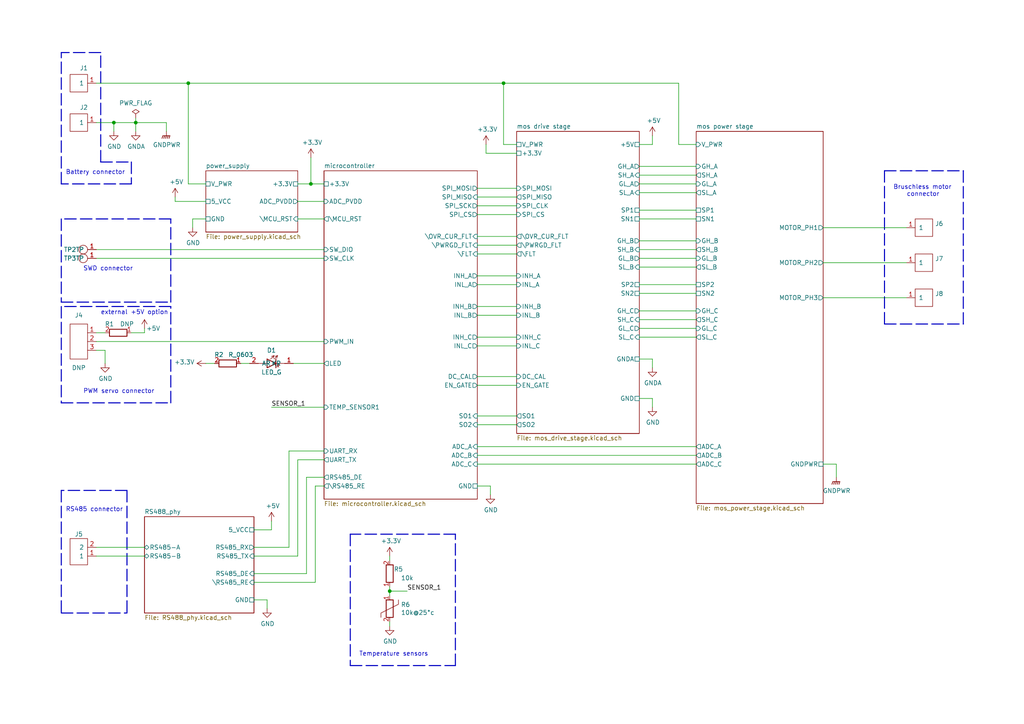
<source format=kicad_sch>
(kicad_sch (version 20211123) (generator eeschema)
  (paper "A4")
  (title_block (title "ESC Brushless") (date "2021-02-09") (rev "1.0"))
  (lib_symbols
    (symbol "esc_brushless-rescue:Conn_HE13_1x3_2.54-p_Misc-esc_brushless-rescue-esc_brushless-rescue" (pin_names (offset 1.016) hide)
      (property "Reference" "J" (at 2.54 5.08 0))
      (property "Value" "Conn_HE13_1x3_2.54-p_Misc-esc_brushless-rescue-esc_brushless-rescue" (at 2.54 -8.89 0))
      (symbol "Conn_HE13_1x3_2.54-p_Misc-esc_brushless-rescue-esc_brushless-rescue_0_1"
        (rectangle (start 0 3.81) (end 5.08 -6.35))
      )
      (symbol "Conn_HE13_1x3_2.54-p_Misc-esc_brushless-rescue-esc_brushless-rescue_1_1"
        (pin passive line (at -2.54 1.27 0) (length 2.54) (name "1") (number "1"))
        (pin passive line (at -2.54 -1.27 0) (length 2.54) (name "2") (number "2"))
        (pin passive line (at -2.54 -3.81 0) (length 2.54) (name "3") (number "3"))
      )
    )
    (symbol "p_Diode:LED_G" (pin_names (offset 1.016))
      (property "Reference" "D" (at 0 5.08 0))
      (property "Value" "LED_G" (at 0 -3.81 0))
      (symbol "LED_G_1_1"
        (polyline (pts (xy -3.81 0) (xy -1.27 0)))
        (polyline (pts (xy -0.254 1.27) (xy 0.762 2.286)))
        (polyline (pts (xy 0.762 1.27) (xy 1.778 2.286)))
        (polyline (pts (xy 1.27 0) (xy 3.81 0)))
        (polyline (pts (xy 1.27 1.27) (xy 1.27 -1.27)) (stroke (width 0.254)))
        (polyline (pts (xy 0 2.032) (xy 0.762 2.286) (xy 0.508 1.524)))
        (polyline (pts (xy 1.016 2.032) (xy 1.778 2.286) (xy 1.524 1.524)))
        (polyline (pts (xy -1.27 1.27) (xy -1.27 -1.27) (xy 1.27 0) (xy -1.27 1.27)) (stroke (width 0.254)))
        (text "R" (at 1.905 -0.7366 0) (effects (font (size 0.762 0.762))))
        (pin passive line (at 6.35 0 180) (length 2.54) (name "KR") (number "1"))
        (pin passive line (at -6.35 0 0) (length 2.54) (name "AR") (number "2"))
      )
    )
    (symbol "p_Misc:Conn_HE13_1x1_5.08V" (pin_names (offset 1.016))
      (property "Reference" "J" (at 2.54 3.81 0))
      (property "Value" "Conn_HE13_1x1_5.08V" (at 2.54 -6.35 0))
      (symbol "Conn_HE13_1x1_5.08V_1_1"
        (rectangle (start 0 2.54) (end 5.08 -2.54))
        (pin passive line (at -2.54 0 0) (length 2.54) (name "1") (number "1"))
      )
    )
    (symbol "p_Misc:Conn_HE13_1x2_2.54V" (pin_names (offset 1.016))
      (property "Reference" "J" (at 2.54 5.08 0))
      (property "Value" "Conn_HE13_1x2_2.54V" (at 2.54 -6.35 0))
      (symbol "Conn_HE13_1x2_2.54V_1_1"
        (rectangle (start 0 3.81) (end 5.08 -3.81))
        (pin passive line (at -2.54 1.27 0) (length 2.54) (name "1") (number "1"))
        (pin passive line (at -2.54 -1.27 0) (length 2.54) (name "2") (number "2"))
      )
    )
    (symbol "p_Misc:test_point_smd" (pin_names (offset 1.016))
      (property "Reference" "TP" (at -1.27 2.54 0))
      (property "Value" "test_point_smd" (at -1.27 -2.54 0))
      (symbol "test_point_smd_0_1"
        (circle (center -1.27 0) (radius 1.27))
      )
      (symbol "test_point_smd_1_1"
        (pin passive line (at 2.54 0 180) (length 2.54) (name "TP") (number "1"))
      )
    )
    (symbol "p_Passive:R_0603" (pin_names (offset 0) hide)
      (property "Reference" "R" (at 0 0 0))
      (property "Value" "R_0603" (at 0 0 0))
      (symbol "R_0603_1_1"
        (rectangle (start -1.016 -2.54) (end 1.016 2.54) (stroke (width 0.254)))
        (pin passive line (at 0 3.81 270) (length 1.27) (name "~") (number "1"))
        (pin passive line (at 0 -3.81 90) (length 1.27) (name "~") (number "2"))
      )
    )
    (symbol "p_Passive:R_CTN_0608" (pin_names (offset 1.016))
      (property "Reference" "R" (at 3.81 1.27 0))
      (property "Value" "R_CTN_0608" (at 6.35 -1.27 0))
      (symbol "R_CTN_0608_0_1"
        (polyline (pts (xy -2.54 -2.54) (xy -2.54 -1.27) (xy 2.54 1.27) (xy 2.54 2.54)))
      )
      (symbol "R_CTN_0608_1_1"
        (rectangle (start -1.016 -2.54) (end 1.016 2.54) (stroke (width 0.254)))
        (pin passive line (at 0 3.81 270) (length 1.27) (name "~") (number "1"))
        (pin passive line (at 0 -3.81 90) (length 1.27) (name "~") (number "2"))
      )
    )
    (symbol "power:+3.3V" (power) (pin_names (offset 0))
      (property "Value" "+3.3V" (at 0 3.556 0))
      (symbol "+3.3V_0_1"
        (polyline (pts (xy -0.762 1.27) (xy 0 2.54)))
        (polyline (pts (xy 0 0) (xy 0 2.54)))
        (polyline (pts (xy 0 2.54) (xy 0.762 1.27)))
      )
      (symbol "+3.3V_1_1"
        (pin power_in line (at 0 0 90) (length 0) hide (name "+3.3V") (number "1"))
      )
    )
    (symbol "power:+5V" (power) (pin_names (offset 0))
      (property "Value" "+5V" (at 0 3.556 0))
      (symbol "+5V_0_1"
        (polyline (pts (xy -0.762 1.27) (xy 0 2.54)))
        (polyline (pts (xy 0 0) (xy 0 2.54)))
        (polyline (pts (xy 0 2.54) (xy 0.762 1.27)))
      )
      (symbol "+5V_1_1"
        (pin power_in line (at 0 0 90) (length 0) hide (name "+5V") (number "1"))
      )
    )
    (symbol "power:GND" (power) (pin_names (offset 0))
      (property "Value" "GND" (at 0 -3.81 0))
      (symbol "GND_0_1"
        (polyline (pts (xy 0 0) (xy 0 -1.27) (xy 1.27 -1.27) (xy 0 -2.54) (xy -1.27 -1.27) (xy 0 -1.27)))
      )
      (symbol "GND_1_1"
        (pin power_in line (at 0 0 270) (length 0) hide (name "GND") (number "1"))
      )
    )
    (symbol "power:GNDA" (power) (pin_names (offset 0))
      (property "Value" "GNDA" (at 0 -3.81 0))
      (symbol "GNDA_0_1"
        (polyline (pts (xy 0 0) (xy 0 -1.27) (xy 1.27 -1.27) (xy 0 -2.54) (xy -1.27 -1.27) (xy 0 -1.27)))
      )
      (symbol "GNDA_1_1"
        (pin power_in line (at 0 0 270) (length 0) hide (name "GNDA") (number "1"))
      )
    )
    (symbol "power:GNDPWR" (power) (pin_names (offset 0))
      (property "Value" "GNDPWR" (at 0 -3.302 0))
      (symbol "GNDPWR_0_1"
        (polyline (pts (xy 0 -1.27) (xy 0 0)))
        (polyline (pts (xy -1.016 -1.27) (xy -1.27 -2.032) (xy -1.27 -2.032)) (stroke (width 0.2032)))
        (polyline (pts (xy -0.508 -1.27) (xy -0.762 -2.032) (xy -0.762 -2.032)) (stroke (width 0.2032)))
        (polyline (pts (xy 0 -1.27) (xy -0.254 -2.032) (xy -0.254 -2.032)) (stroke (width 0.2032)))
        (polyline (pts (xy 0.508 -1.27) (xy 0.254 -2.032) (xy 0.254 -2.032)) (stroke (width 0.2032)))
        (polyline (pts (xy 1.016 -1.27) (xy -1.016 -1.27) (xy -1.016 -1.27)) (stroke (width 0.2032)))
        (polyline (pts (xy 1.016 -1.27) (xy 0.762 -2.032) (xy 0.762 -2.032) (xy 0.762 -2.032)) (stroke (width 0.2032)))
      )
      (symbol "GNDPWR_1_1"
        (pin power_in line (at 0 0 270) (length 0) hide (name "GNDPWR") (number "1"))
      )
    )
    (symbol "power:PWR_FLAG" (power) (pin_numbers hide) (pin_names (offset 0) hide)
      (property "Value" "PWR_FLAG" (at 0 3.81 0))
      (symbol "PWR_FLAG_0_0"
        (pin power_out line (at 0 0 90) (length 0) (name "pwr") (number "1"))
      )
      (symbol "PWR_FLAG_0_1"
        (polyline (pts (xy 0 0) (xy 0 1.27) (xy -1.016 1.905) (xy 0 2.54) (xy 1.016 1.905) (xy 0 1.27)))
      )
    )
  )
  (junction (at 54.61 24.13))
  (junction (at 90.17 53.34))
  (junction (at 113.03 171.45))
  (junction (at 39.37 35.56))
  (junction (at 146.05 24.13))
  (junction (at 33.02 35.56))
  (polyline (pts (xy 17.78 87.63) (xy 49.53 87.63)) (stroke (width 0.3048)))
  (wire (pts (xy 201.93 97.79) (xy 185.42 97.79)))
  (wire (pts (xy 86.36 53.34) (xy 90.17 53.34)))
  (wire (pts (xy 39.37 35.56) (xy 39.37 38.1)))
  (wire (pts (xy 138.43 80.01) (xy 149.86 80.01)))
  (polyline (pts (xy 17.78 53.34) (xy 17.78 15.24)) (stroke (width 0.3048)))
  (wire (pts (xy 138.43 132.08) (xy 201.93 132.08)))
  (wire (pts (xy 86.36 161.29) (xy 86.36 133.35)))
  (wire (pts (xy 73.66 166.37) (xy 88.9 166.37)))
  (wire (pts (xy 90.17 53.34) (xy 93.98 53.34)))
  (wire (pts (xy 242.57 134.62) (xy 242.57 138.43)))
  (polyline (pts (xy 101.6 154.94) (xy 101.6 193.04)) (stroke (width 0.3048)))
  (polyline (pts (xy 38.1 46.99) (xy 38.1 53.34)) (stroke (width 0.3048)))
  (polyline (pts (xy 49.53 63.5) (xy 17.78 63.5)) (stroke (width 0.3048)))
  (wire (pts (xy 138.43 123.19) (xy 149.86 123.19)))
  (wire (pts (xy 189.23 39.37) (xy 189.23 41.91)))
  (wire (pts (xy 185.42 115.57) (xy 189.23 115.57)))
  (wire (pts (xy 27.94 101.6) (xy 30.48 101.6)))
  (wire (pts (xy 88.9 138.43) (xy 88.9 166.37)))
  (wire (pts (xy 149.86 120.65) (xy 138.43 120.65)))
  (wire (pts (xy 86.36 63.5) (xy 93.98 63.5)))
  (wire (pts (xy 113.03 171.45) (xy 118.11 171.45)))
  (wire (pts (xy 201.93 129.54) (xy 138.43 129.54)))
  (wire (pts (xy 93.98 140.97) (xy 91.44 140.97)))
  (polyline (pts (xy 101.6 193.04) (xy 132.08 193.04)) (stroke (width 0.3048)))
  (wire (pts (xy 138.43 59.69) (xy 149.86 59.69)))
  (wire (pts (xy 73.66 153.67) (xy 78.74 153.67)))
  (wire (pts (xy 55.88 63.5) (xy 55.88 66.04)))
  (wire (pts (xy 30.48 101.6) (xy 30.48 105.41)))
  (polyline (pts (xy 17.78 142.24) (xy 17.78 177.8)) (stroke (width 0.3048)))
  (wire (pts (xy 262.89 86.36) (xy 238.76 86.36)))
  (wire (pts (xy 27.94 24.13) (xy 54.61 24.13)))
  (wire (pts (xy 113.03 171.45) (xy 113.03 170.18)))
  (polyline (pts (xy 256.54 49.53) (xy 279.4 49.53)) (stroke (width 0.3048)))
  (wire (pts (xy 69.85 105.41) (xy 72.39 105.41)))
  (wire (pts (xy 50.8 58.42) (xy 59.69 58.42)))
  (wire (pts (xy 73.66 173.99) (xy 77.47 173.99)))
  (polyline (pts (xy 29.21 46.99) (xy 29.21 15.24)) (stroke (width 0.3048)))
  (wire (pts (xy 27.94 35.56) (xy 33.02 35.56)))
  (wire (pts (xy 41.91 96.52) (xy 41.91 95.25)))
  (wire (pts (xy 201.93 48.26) (xy 185.42 48.26)))
  (polyline (pts (xy 49.53 88.9) (xy 17.78 88.9)) (stroke (width 0.3048)))
  (wire (pts (xy 201.93 77.47) (xy 185.42 77.47)))
  (wire (pts (xy 48.26 35.56) (xy 48.26 38.1)))
  (wire (pts (xy 138.43 109.22) (xy 149.86 109.22)))
  (wire (pts (xy 73.66 168.91) (xy 91.44 168.91)))
  (polyline (pts (xy 36.83 142.24) (xy 36.83 177.8)) (stroke (width 0.3048)))
  (wire (pts (xy 185.42 41.91) (xy 189.23 41.91)))
  (wire (pts (xy 73.66 158.75) (xy 83.82 158.75)))
  (wire (pts (xy 77.47 173.99) (xy 77.47 176.53)))
  (wire (pts (xy 189.23 115.57) (xy 189.23 118.11)))
  (wire (pts (xy 149.86 57.15) (xy 138.43 57.15)))
  (wire (pts (xy 140.97 44.45) (xy 149.86 44.45)))
  (polyline (pts (xy 17.78 177.8) (xy 36.83 177.8)) (stroke (width 0.3048)))
  (wire (pts (xy 138.43 73.66) (xy 149.86 73.66)))
  (wire (pts (xy 113.03 161.29) (xy 113.03 162.56)))
  (polyline (pts (xy 49.53 116.84) (xy 49.53 88.9)) (stroke (width 0.3048)))
  (wire (pts (xy 27.94 161.29) (xy 41.91 161.29)))
  (polyline (pts (xy 279.4 49.53) (xy 279.4 93.98)) (stroke (width 0.3048)))
  (wire (pts (xy 91.44 140.97) (xy 91.44 168.91)))
  (polyline (pts (xy 17.78 63.5) (xy 17.78 87.63)) (stroke (width 0.3048)))
  (wire (pts (xy 90.17 45.72) (xy 90.17 53.34)))
  (polyline (pts (xy 17.78 88.9) (xy 17.78 116.84)) (stroke (width 0.3048)))
  (wire (pts (xy 59.69 53.34) (xy 54.61 53.34)))
  (wire (pts (xy 33.02 38.1) (xy 33.02 35.56)))
  (wire (pts (xy 138.43 88.9) (xy 149.86 88.9)))
  (wire (pts (xy 149.86 82.55) (xy 138.43 82.55)))
  (wire (pts (xy 146.05 24.13) (xy 196.85 24.13)))
  (wire (pts (xy 185.42 60.96) (xy 201.93 60.96)))
  (wire (pts (xy 185.42 82.55) (xy 201.93 82.55)))
  (wire (pts (xy 149.86 71.12) (xy 138.43 71.12)))
  (wire (pts (xy 38.1 96.52) (xy 41.91 96.52)))
  (wire (pts (xy 33.02 35.56) (xy 39.37 35.56)))
  (wire (pts (xy 185.42 74.93) (xy 201.93 74.93)))
  (wire (pts (xy 27.94 72.39) (xy 93.98 72.39)))
  (wire (pts (xy 201.93 85.09) (xy 185.42 85.09)))
  (polyline (pts (xy 17.78 116.84) (xy 49.53 116.84)) (stroke (width 0.3048)))
  (wire (pts (xy 83.82 130.81) (xy 83.82 158.75)))
  (wire (pts (xy 41.91 158.75) (xy 27.94 158.75)))
  (polyline (pts (xy 38.1 53.34) (xy 17.78 53.34)) (stroke (width 0.3048)))
  (wire (pts (xy 149.86 62.23) (xy 138.43 62.23)))
  (wire (pts (xy 196.85 41.91) (xy 196.85 24.13)))
  (wire (pts (xy 73.66 161.29) (xy 86.36 161.29)))
  (wire (pts (xy 238.76 76.2) (xy 262.89 76.2)))
  (wire (pts (xy 146.05 24.13) (xy 146.05 41.91)))
  (wire (pts (xy 27.94 74.93) (xy 93.98 74.93)))
  (polyline (pts (xy 49.53 87.63) (xy 49.53 63.5)) (stroke (width 0.3048)))
  (wire (pts (xy 201.93 41.91) (xy 196.85 41.91)))
  (wire (pts (xy 201.93 134.62) (xy 138.43 134.62)))
  (wire (pts (xy 138.43 140.97) (xy 142.24 140.97)))
  (wire (pts (xy 189.23 104.14) (xy 189.23 106.68)))
  (wire (pts (xy 85.09 105.41) (xy 93.98 105.41)))
  (wire (pts (xy 78.74 153.67) (xy 78.74 151.13)))
  (wire (pts (xy 185.42 50.8) (xy 201.93 50.8)))
  (wire (pts (xy 201.93 53.34) (xy 185.42 53.34)))
  (wire (pts (xy 39.37 35.56) (xy 48.26 35.56)))
  (wire (pts (xy 201.93 92.71) (xy 185.42 92.71)))
  (wire (pts (xy 54.61 24.13) (xy 146.05 24.13)))
  (wire (pts (xy 86.36 58.42) (xy 93.98 58.42)))
  (wire (pts (xy 93.98 133.35) (xy 86.36 133.35)))
  (wire (pts (xy 138.43 54.61) (xy 149.86 54.61)))
  (polyline (pts (xy 256.54 93.98) (xy 256.54 49.53)) (stroke (width 0.3048)))
  (wire (pts (xy 142.24 140.97) (xy 142.24 143.51)))
  (polyline (pts (xy 29.21 46.99) (xy 38.1 46.99)) (stroke (width 0.3048)))
  (wire (pts (xy 140.97 41.91) (xy 140.97 44.45)))
  (wire (pts (xy 59.69 63.5) (xy 55.88 63.5)))
  (polyline (pts (xy 132.08 154.94) (xy 101.6 154.94)) (stroke (width 0.3048)))
  (wire (pts (xy 149.86 111.76) (xy 138.43 111.76)))
  (wire (pts (xy 138.43 97.79) (xy 149.86 97.79)))
  (wire (pts (xy 201.93 72.39) (xy 185.42 72.39)))
  (wire (pts (xy 27.94 99.06) (xy 93.98 99.06)))
  (wire (pts (xy 50.8 57.15) (xy 50.8 58.42)))
  (polyline (pts (xy 132.08 193.04) (xy 132.08 154.94)) (stroke (width 0.3048)))
  (wire (pts (xy 54.61 53.34) (xy 54.61 24.13)))
  (polyline (pts (xy 36.83 142.24) (xy 17.78 142.24)) (stroke (width 0.3048)))
  (wire (pts (xy 149.86 91.44) (xy 138.43 91.44)))
  (wire (pts (xy 201.93 63.5) (xy 185.42 63.5)))
  (wire (pts (xy 93.98 138.43) (xy 88.9 138.43)))
  (wire (pts (xy 138.43 68.58) (xy 149.86 68.58)))
  (wire (pts (xy 39.37 34.29) (xy 39.37 35.56)))
  (wire (pts (xy 93.98 118.11) (xy 78.74 118.11)))
  (wire (pts (xy 185.42 55.88) (xy 201.93 55.88)))
  (wire (pts (xy 27.94 96.52) (xy 30.48 96.52)))
  (wire (pts (xy 149.86 100.33) (xy 138.43 100.33)))
  (wire (pts (xy 185.42 90.17) (xy 201.93 90.17)))
  (wire (pts (xy 93.98 130.81) (xy 83.82 130.81)))
  (wire (pts (xy 113.03 172.72) (xy 113.03 171.45)))
  (wire (pts (xy 146.05 41.91) (xy 149.86 41.91)))
  (wire (pts (xy 185.42 95.25) (xy 201.93 95.25)))
  (wire (pts (xy 62.23 105.41) (xy 59.69 105.41)))
  (polyline (pts (xy 29.21 15.24) (xy 17.78 15.24)) (stroke (width 0.3048)))
  (wire (pts (xy 113.03 180.34) (xy 113.03 181.61)))
  (polyline (pts (xy 256.54 93.98) (xy 279.4 93.98)) (stroke (width 0.3048)))
  (wire (pts (xy 262.89 66.04) (xy 238.76 66.04)))
  (wire (pts (xy 185.42 69.85) (xy 201.93 69.85)))
  (wire (pts (xy 238.76 134.62) (xy 242.57 134.62)))
  (wire (pts (xy 185.42 104.14) (xy 189.23 104.14)))
  (text "Bruschless motor\n    connector" (at 259.08 57.15 0) (effects (font (size 1.27 1.27)) (justify left bottom)))
  (text "SWD connector" (at 24.13 78.74 0) (effects (font (size 1.27 1.27)) (justify left bottom)))
  (text "PWM servo connector" (at 24.13 114.3 0) (effects (font (size 1.27 1.27)) (justify left bottom)))
  (text "RS485 connector" (at 19.05 148.59 0) (effects (font (size 1.27 1.27)) (justify left bottom)))
  (text "Temperature sensors" (at 104.14 190.5 0) (effects (font (size 1.27 1.27)) (justify left bottom)))
  (text "external +5V option" (at 29.21 91.44 0) (effects (font (size 1.27 1.27)) (justify left bottom)))
  (text "Battery connector" (at 19.05 50.8 0) (effects (font (size 1.27 1.27)) (justify left bottom)))
  (label "SENSOR_1" (at 78.74 118.11 0))
  (label "SENSOR_1" (at 118.11 171.45 0))
  (symbol (lib_id "p_Misc:Conn_HE13_1x1_5.08V") (at 25.4 35.56 180) (unit 1)
    (property "Reference" "J2" (at 24.3332 31.1658 0))
    (property "Value" "Conn_HE13_1x1_5.08V" (effects hide))
    (property "Footprint" "p_Package_Misc:PinHeader_1x01_P5.08mm_Vertical" (effects hide))
  )
  (symbol (lib_id "p_Misc:Conn_HE13_1x1_5.08V") (at 25.4 24.13 180) (unit 1)
    (property "Reference" "J1" (at 24.3332 19.7358 0))
    (property "Value" "Conn_HE13_1x1_5.08V" (effects hide))
    (property "Footprint" "p_Package_Misc:PinHeader_1x01_P5.08mm_Vertical" (effects hide))
  )
  (symbol (lib_id "power:GND") (at 33.02 38.1 0) (unit 1)
    (property "Reference" "#PWR03" (effects hide))
    (property "Value" "GND" (at 33.147 42.4942 0))
  )
  (symbol (lib_id "power:GND") (at 30.48 105.41 0) (unit 1)
    (property "Reference" "#PWR02" (effects hide))
    (property "Value" "GND" (at 30.607 109.8042 0))
  )
  (symbol (lib_id "p_Passive:R_0603") (at 34.29 96.52 270) (unit 1)
    (property "Reference" "R1" (at 31.75 93.98 90))
    (property "Value" "DNP" (at 36.83 93.98 90))
    (property "Footprint" "p_Package_Resistor_SMD:R_0603_1608Metric_Pad0.98x0.95mm_HandSolder" (effects hide))
  )
  (symbol (lib_id "p_Misc:Conn_HE13_1x2_2.54V") (at 25.4 160.02 180) (unit 1)
    (property "Reference" "J5" (at 22.86 154.94 0))
    (property "Value" "Conn_HE13_1x2_2.54V" (effects hide))
    (property "Footprint" "p_Package_Misc:PinHeader_1x02_P2.54mm_Vertical" (effects hide))
  )
  (symbol (lib_id "power:GND") (at 77.47 176.53 0) (unit 1)
    (property "Reference" "#PWR08" (effects hide))
    (property "Value" "GND" (at 77.597 180.9242 0))
  )
  (symbol (lib_id "esc_brushless-rescue:Conn_HE13_1x3_2.54-p_Misc-esc_brushless-rescue-esc_brushless-rescue") (at 25.4 97.79 0) (mirror y) (unit 1)
    (property "Reference" "J4" (at 22.86 91.44 0))
    (property "Value" "DNP" (at 22.86 106.68 0))
    (property "Footprint" "p_Package_Misc:PinHeader_1x03_P2.54mm_Vertical" (effects hide))
  )
  (symbol (lib_id "power:GND") (at 142.24 143.51 0) (unit 1)
    (property "Reference" "#PWR011" (effects hide))
    (property "Value" "GND" (at 142.367 147.9042 0))
  )
  (symbol (lib_id "power:GNDA") (at 189.23 106.68 0) (unit 1)
    (property "Reference" "#PWR012" (effects hide))
    (property "Value" "GNDA" (at 189.357 111.0742 0))
  )
  (symbol (lib_id "power:GND") (at 189.23 118.11 0) (unit 1)
    (property "Reference" "#PWR013" (effects hide))
    (property "Value" "GND" (at 189.357 122.5042 0))
  )
  (symbol (lib_id "p_Misc:Conn_HE13_1x1_5.08V") (at 265.43 66.04 0) (unit 1)
    (property "Reference" "J6" (at 271.2212 64.8716 0) (effects (justify left)))
    (property "Value" "DNP" (effects hide))
    (property "Footprint" "p_Package_Misc:PinHeader_1x01_P5.08mm_Vertical" (effects hide))
  )
  (symbol (lib_id "p_Misc:Conn_HE13_1x1_5.08V") (at 265.43 76.2 0) (unit 1)
    (property "Reference" "J7" (at 271.2212 75.0316 0) (effects (justify left)))
    (property "Value" "DNP" (effects hide))
    (property "Footprint" "p_Package_Misc:PinHeader_1x01_P5.08mm_Vertical" (effects hide))
  )
  (symbol (lib_id "p_Misc:Conn_HE13_1x1_5.08V") (at 265.43 86.36 0) (unit 1)
    (property "Reference" "J8" (at 271.2212 85.1916 0) (effects (justify left)))
    (property "Value" "DNP" (effects hide))
    (property "Footprint" "p_Package_Misc:PinHeader_1x01_P5.08mm_Vertical" (effects hide))
  )
  (symbol (lib_id "power:GNDPWR") (at 242.57 138.43 0) (unit 1)
    (property "Reference" "#PWR014" (effects hide))
    (property "Value" "GNDPWR" (at 242.6716 142.3416 0))
  )
  (symbol (lib_id "power:GNDA") (at 39.37 38.1 0) (unit 1)
    (property "Reference" "#PWR04" (effects hide))
    (property "Value" "GNDA" (at 39.497 42.4942 0))
  )
  (symbol (lib_id "power:GNDPWR") (at 48.26 38.1 0) (unit 1)
    (property "Reference" "#PWR05" (effects hide))
    (property "Value" "GNDPWR" (at 48.3616 42.0116 0))
  )
  (symbol (lib_id "p_Diode:LED_G") (at 78.74 105.41 0) (unit 1)
    (property "Reference" "D1" (at 78.74 101.6 0))
    (property "Value" "LED_G" (at 78.74 107.95 0))
    (property "Footprint" "p_Package_Diode_SMD:LED_0603_1608Metric" (effects hide))
  )
  (symbol (lib_id "p_Passive:R_0603") (at 66.04 105.41 270) (unit 1)
    (property "Reference" "R2" (at 63.5 102.87 90))
    (property "Value" "R_0603" (at 69.85 102.87 90))
    (property "Footprint" "p_Package_Resistor_SMD:R_0603_1608Metric_Pad0.98x0.95mm_HandSolder" (effects hide))
  )
  (symbol (lib_id "power:GND") (at 55.88 66.04 0) (unit 1)
    (property "Reference" "#PWR06" (effects hide))
    (property "Value" "GND" (at 56.007 70.4342 0))
  )
  (symbol (lib_id "p_Passive:R_CTN_0608") (at 113.03 176.53 0) (unit 1)
    (property "Reference" "R6" (at 116.2812 175.3616 0) (effects (justify left)))
    (property "Value" "10k@25°c" (at 116.2812 177.673 0) (effects (justify left)))
    (property "Footprint" "p_Package_Resistor_SMD:R_0603_1608Metric_Pad0.98x0.95mm_HandSolder" (effects hide))
  )
  (symbol (lib_id "p_Passive:R_0603") (at 113.03 166.37 180) (unit 1)
    (property "Reference" "R5" (at 115.57 165.1 0))
    (property "Value" "10k" (at 118.11 167.64 0))
    (property "Footprint" "p_Package_Resistor_SMD:R_0603_1608Metric_Pad0.98x0.95mm_HandSolder" (effects hide))
  )
  (symbol (lib_id "power:GND") (at 113.03 181.61 0) (unit 1)
    (property "Reference" "#PWR09" (effects hide))
    (property "Value" "GND" (at 113.157 186.0042 0))
  )
  (symbol (lib_id "power:+5V") (at 189.23 39.37 0) (unit 1)
    (property "Reference" "#PWR0101" (effects hide))
    (property "Value" "+5V" (at 189.611 34.9758 0))
  )
  (symbol (lib_id "power:+5V") (at 50.8 57.15 0) (unit 1)
    (property "Reference" "#PWR0102" (effects hide))
    (property "Value" "+5V" (at 51.181 52.7558 0))
  )
  (symbol (lib_id "power:+5V") (at 78.74 151.13 0) (unit 1)
    (property "Reference" "#PWR0103" (effects hide))
    (property "Value" "+5V" (at 79.121 146.7358 0))
  )
  (symbol (lib_id "power:+5V") (at 41.91 95.25 0) (unit 1)
    (property "Reference" "#PWR0107" (effects hide))
    (property "Value" "+5V" (at 44.45 95.25 0))
  )
  (symbol (lib_id "power:PWR_FLAG") (at 39.37 34.29 0) (unit 1)
    (property "Reference" "#FLG0102" (effects hide))
    (property "Value" "PWR_FLAG" (at 39.37 29.8958 0))
  )
  (symbol (lib_id "power:+3.3V") (at 90.17 45.72 0) (unit 1)
    (property "Reference" "#PWR0108" (effects hide))
    (property "Value" "+3.3V" (at 90.551 41.3258 0))
  )
  (symbol (lib_id "power:+3.3V") (at 140.97 41.91 0) (unit 1)
    (property "Reference" "#PWR0109" (effects hide))
    (property "Value" "+3.3V" (at 141.351 37.5158 0))
  )
  (symbol (lib_id "power:+3.3V") (at 113.03 161.29 0) (unit 1)
    (property "Reference" "#PWR0111" (effects hide))
    (property "Value" "+3.3V" (at 113.411 156.8958 0))
  )
  (symbol (lib_id "power:+3.3V") (at 59.69 105.41 90) (unit 1)
    (property "Reference" "#PWR0112" (effects hide))
    (property "Value" "+3.3V" (at 56.4388 105.029 90) (effects (justify left)))
  )
  (symbol (lib_id "p_Misc:test_point_smd") (at 25.4 74.93 0) (unit 1)
    (property "Reference" "TP3" (at 20.32 74.93 0))
    (property "Value" "test_point_smd" (effects hide))
    (property "Footprint" "p_Package_Misc:TP_SMD_1.25mm" (effects hide))
  )
  (symbol (lib_id "p_Misc:test_point_smd") (at 25.4 72.39 0) (unit 1)
    (property "Reference" "TP2" (at 20.32 72.39 0))
    (property "Value" "test_point_smd" (effects hide))
    (property "Footprint" "p_Package_Misc:TP_SMD_1.25mm" (effects hide))
  )
  (sheet (at 201.93 38.1) (size 36.83 107.95)
    (property "Sheet name" "mos power stage" (at 201.93 37.3884 0) (effects (justify left bottom)))
    (property "Sheet file" "mos_power_stage.kicad_sch" (at 201.93 146.6346 0) (effects (justify left top)))
    (pin "GH_A" input (at 201.93 48.26 180))
    (pin "SH_A" output (at 201.93 50.8 180))
    (pin "GL_A" input (at 201.93 53.34 180))
    (pin "GH_B" input (at 201.93 69.85 180))
    (pin "SH_B" output (at 201.93 72.39 180))
    (pin "GL_B" input (at 201.93 74.93 180))
    (pin "GH_C" input (at 201.93 90.17 180))
    (pin "SH_C" output (at 201.93 92.71 180))
    (pin "GL_C" input (at 201.93 95.25 180))
    (pin "ADC_C" output (at 201.93 134.62 180))
    (pin "ADC_B" output (at 201.93 132.08 180))
    (pin "ADC_A" output (at 201.93 129.54 180))
    (pin "V_PWR" input (at 201.93 41.91 180))
    (pin "MOTOR_PH1" output (at 238.76 66.04 0))
    (pin "MOTOR_PH2" output (at 238.76 76.2 0))
    (pin "MOTOR_PH3" output (at 238.76 86.36 0))
    (pin "SL_C" output (at 201.93 97.79 180))
    (pin "SL_B" output (at 201.93 77.47 180))
    (pin "SL_A" output (at 201.93 55.88 180))
    (pin "SN1" passive (at 201.93 63.5 180))
    (pin "SP1" passive (at 201.93 60.96 180))
    (pin "SN2" passive (at 201.93 85.09 180))
    (pin "SP2" passive (at 201.93 82.55 180))
    (pin "GNDPWR" passive (at 238.76 134.62 0))
  )
  (sheet (at 93.98 49.53) (size 44.45 95.25)
    (property "Sheet name" "microcontroller" (at 93.98 48.8184 0) (effects (justify left bottom)))
    (property "Sheet file" "microcontroller.kicad_sch" (at 93.98 145.3646 0) (effects (justify left top)))
    (pin "\\OVR_CUR_FLT" input (at 138.43 68.58 0))
    (pin "\\FLT" input (at 138.43 73.66 0))
    (pin "\\PWRGD_FLT" input (at 138.43 71.12 0))
    (pin "SPI_CS" output (at 138.43 62.23 0))
    (pin "SPI_MOSI" output (at 138.43 54.61 0))
    (pin "SPI_MISO" input (at 138.43 57.15 0))
    (pin "INH_A" output (at 138.43 80.01 0))
    (pin "INL_A" output (at 138.43 82.55 0))
    (pin "INH_B" output (at 138.43 88.9 0))
    (pin "INL_B" output (at 138.43 91.44 0))
    (pin "INH_C" output (at 138.43 97.79 0))
    (pin "INL_C" output (at 138.43 100.33 0))
    (pin "SO1" input (at 138.43 120.65 0))
    (pin "SO2" input (at 138.43 123.19 0))
    (pin "DC_CAL" output (at 138.43 109.22 0))
    (pin "EN_GATE" output (at 138.43 111.76 0))
    (pin "ADC_C" input (at 138.43 134.62 0))
    (pin "ADC_B" input (at 138.43 132.08 0))
    (pin "ADC_A" input (at 138.43 129.54 0))
    (pin "UART_TX" output (at 93.98 133.35 180))
    (pin "UART_RX" input (at 93.98 130.81 180))
    (pin "PWM_IN" input (at 93.98 99.06 180))
    (pin "SW_CLK" input (at 93.98 74.93 180))
    (pin "SW_DIO" input (at 93.98 72.39 180))
    (pin "ADC_PVDD" input (at 93.98 58.42 180))
    (pin "LED" output (at 93.98 105.41 180))
    (pin "\\RS485_RE" output (at 93.98 140.97 180))
    (pin "RS485_DE" output (at 93.98 138.43 180))
    (pin "SPI_SCK" output (at 138.43 59.69 0))
    (pin "\\MCU_RST" output (at 93.98 63.5 180))
    (pin "GND" passive (at 138.43 140.97 0))
    (pin "TEMP_SENSOR1" input (at 93.98 118.11 180))
    (pin "+3.3V" passive (at 93.98 53.34 180))
  )
  (sheet (at 149.86 38.1) (size 35.56 87.63)
    (property "Sheet name" "mos drive stage" (at 149.86 37.3884 0) (effects (justify left bottom)))
    (property "Sheet file" "mos_drive_stage.kicad_sch" (at 149.86 126.3146 0) (effects (justify left top)))
    (pin "\\OVR_CUR_FLT" output (at 149.86 68.58 180))
    (pin "\\FLT" output (at 149.86 73.66 180))
    (pin "\\PWRGD_FLT" output (at 149.86 71.12 180))
    (pin "SPI_CS" input (at 149.86 62.23 180))
    (pin "SPI_MOSI" input (at 149.86 54.61 180))
    (pin "SPI_CLK" input (at 149.86 59.69 180))
    (pin "SPI_MISO" output (at 149.86 57.15 180))
    (pin "INH_A" input (at 149.86 80.01 180))
    (pin "INL_A" input (at 149.86 82.55 180))
    (pin "INH_B" input (at 149.86 88.9 180))
    (pin "INL_B" input (at 149.86 91.44 180))
    (pin "INH_C" input (at 149.86 97.79 180))
    (pin "INL_C" input (at 149.86 100.33 180))
    (pin "SO1" output (at 149.86 120.65 180))
    (pin "SO2" output (at 149.86 123.19 180))
    (pin "DC_CAL" input (at 149.86 109.22 180))
    (pin "SN2" passive (at 185.42 85.09 0))
    (pin "SP2" passive (at 185.42 82.55 0))
    (pin "SN1" passive (at 185.42 63.5 0))
    (pin "SP1" passive (at 185.42 60.96 0))
    (pin "EN_GATE" input (at 149.86 111.76 180))
    (pin "GL_A" output (at 185.42 53.34 0))
    (pin "SH_A" input (at 185.42 50.8 0))
    (pin "SL_A" input (at 185.42 55.88 0))
    (pin "GH_A" output (at 185.42 48.26 0))
    (pin "GL_B" output (at 185.42 74.93 0))
    (pin "SH_B" input (at 185.42 72.39 0))
    (pin "SL_B" input (at 185.42 77.47 0))
    (pin "GH_B" output (at 185.42 69.85 0))
    (pin "GL_C" output (at 185.42 95.25 0))
    (pin "SH_C" input (at 185.42 92.71 0))
    (pin "SL_C" input (at 185.42 97.79 0))
    (pin "GH_C" output (at 185.42 90.17 0))
    (pin "V_PWR" passive (at 149.86 41.91 180))
    (pin "GNDA" passive (at 185.42 104.14 0))
    (pin "GND" passive (at 185.42 115.57 0))
    (pin "+5V" passive (at 185.42 41.91 0))
    (pin "+3.3V" passive (at 149.86 44.45 180))
  )
  (sheet (at 59.69 49.53) (size 26.67 17.78)
    (property "Sheet name" "power_supply" (at 59.69 48.8184 0) (effects (justify left bottom)))
    (property "Sheet file" "power_supply.kicad_sch" (at 59.69 67.8946 0) (effects (justify left top)))
    (pin "V_PWR" passive (at 59.69 53.34 180))
    (pin "ADC_PVDD" output (at 86.36 58.42 0))
    (pin "5_VCC" passive (at 59.69 58.42 180))
    (pin "\\MCU_RST" input (at 86.36 63.5 0))
    (pin "GND" passive (at 59.69 63.5 180))
    (pin "+3.3V" passive (at 86.36 53.34 0))
  )
  (sheet (at 41.91 149.86) (size 31.75 27.94)
    (property "Sheet name" "RS488_phy" (at 41.91 149.1484 0) (effects (justify left bottom)))
    (property "Sheet file" "RS488_phy.kicad_sch" (at 41.91 178.3846 0) (effects (justify left top)))
    (pin "\\RS485_RE" input (at 73.66 168.91 0))
    (pin "RS485_RX" output (at 73.66 158.75 0))
    (pin "RS485-A" bidirectional (at 41.91 158.75 180))
    (pin "RS485-B" bidirectional (at 41.91 161.29 180))
    (pin "GND" passive (at 73.66 173.99 0))
    (pin "RS485_DE" input (at 73.66 166.37 0))
    (pin "RS485_TX" input (at 73.66 161.29 0))
    (pin "5_VCC" passive (at 73.66 153.67 0))
  )
)
</source>
